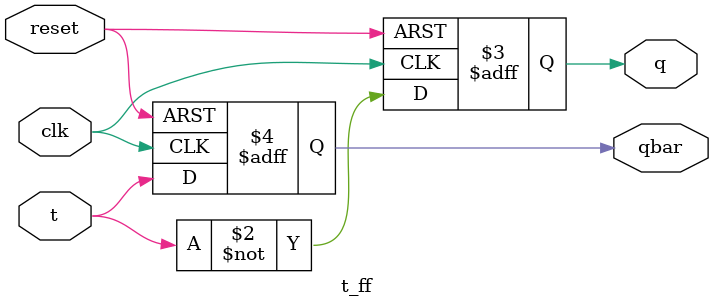
<source format=v>
module t_ff(
    input clk,t,reset,
    output reg q,qbar);

always @(posedge clk or posedge reset) begin
    if(reset) begin
        q <= 1'b0;
        qbar <= 1'b1;
    end
    else begin
        q <= ~t;
        qbar <= t;
    end
end
endmodule   
</source>
